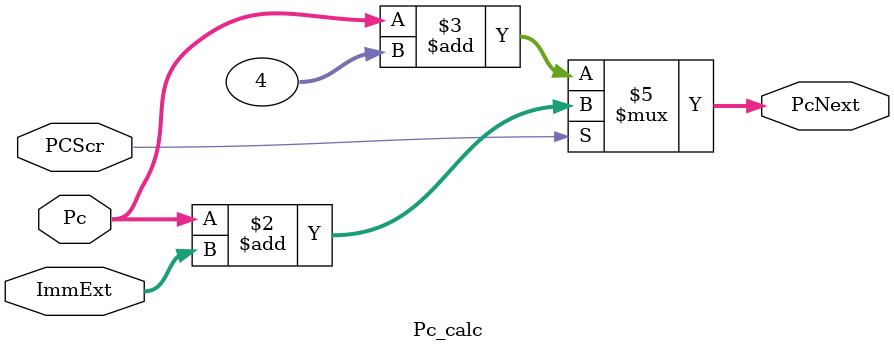
<source format=v>
module Pc_calc(
input PCScr,
input [31:0] ImmExt, Pc,
output reg [31:0] PcNext
);
always @(*) begin
    if(PCScr)begin
        PcNext=Pc+ImmExt;
    end
    else begin
        PcNext=Pc+4;
    end
    
end
endmodule
</source>
